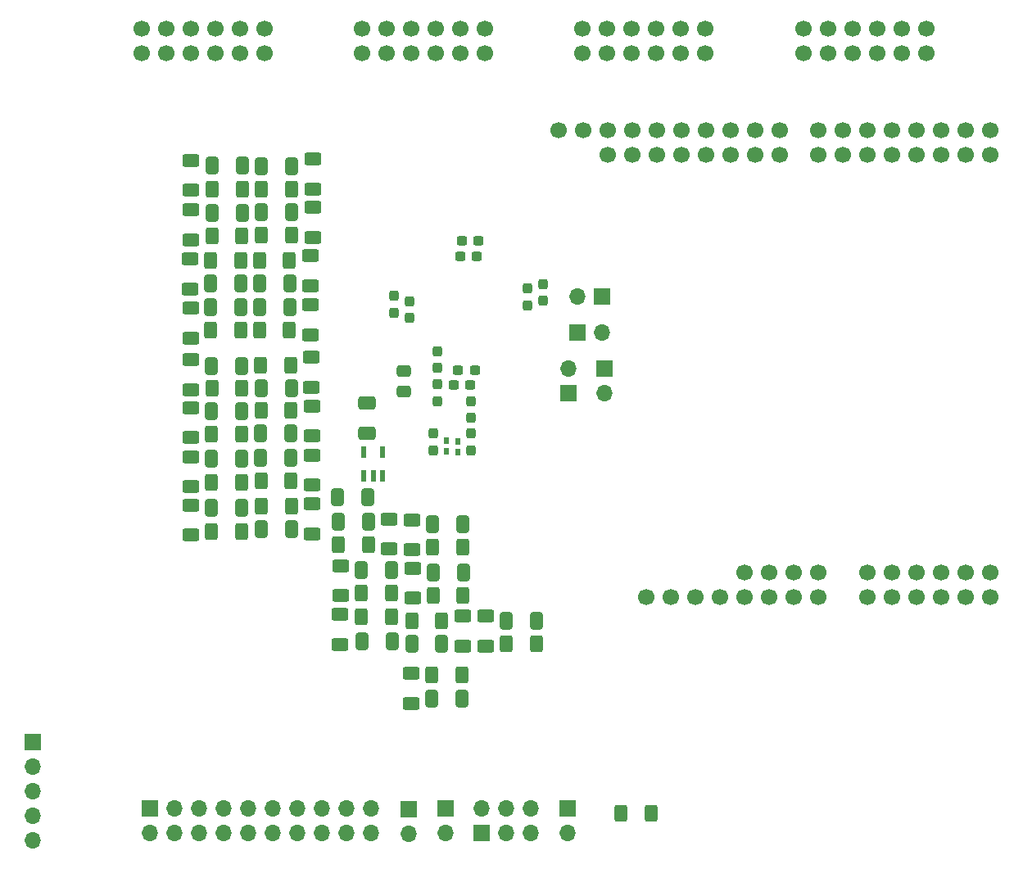
<source format=gbr>
%TF.GenerationSoftware,KiCad,Pcbnew,(6.0.7)*%
%TF.CreationDate,2023-05-13T08:51:53+05:30*%
%TF.ProjectId,DSP_board,4453505f-626f-4617-9264-2e6b69636164,rev?*%
%TF.SameCoordinates,Original*%
%TF.FileFunction,Soldermask,Bot*%
%TF.FilePolarity,Negative*%
%FSLAX46Y46*%
G04 Gerber Fmt 4.6, Leading zero omitted, Abs format (unit mm)*
G04 Created by KiCad (PCBNEW (6.0.7)) date 2023-05-13 08:51:53*
%MOMM*%
%LPD*%
G01*
G04 APERTURE LIST*
G04 Aperture macros list*
%AMRoundRect*
0 Rectangle with rounded corners*
0 $1 Rounding radius*
0 $2 $3 $4 $5 $6 $7 $8 $9 X,Y pos of 4 corners*
0 Add a 4 corners polygon primitive as box body*
4,1,4,$2,$3,$4,$5,$6,$7,$8,$9,$2,$3,0*
0 Add four circle primitives for the rounded corners*
1,1,$1+$1,$2,$3*
1,1,$1+$1,$4,$5*
1,1,$1+$1,$6,$7*
1,1,$1+$1,$8,$9*
0 Add four rect primitives between the rounded corners*
20,1,$1+$1,$2,$3,$4,$5,0*
20,1,$1+$1,$4,$5,$6,$7,0*
20,1,$1+$1,$6,$7,$8,$9,0*
20,1,$1+$1,$8,$9,$2,$3,0*%
G04 Aperture macros list end*
%ADD10R,1.700000X1.700000*%
%ADD11O,1.700000X1.700000*%
%ADD12C,1.700000*%
%ADD13RoundRect,0.250000X0.412500X0.650000X-0.412500X0.650000X-0.412500X-0.650000X0.412500X-0.650000X0*%
%ADD14RoundRect,0.250000X-0.625000X0.400000X-0.625000X-0.400000X0.625000X-0.400000X0.625000X0.400000X0*%
%ADD15RoundRect,0.237500X-0.237500X0.300000X-0.237500X-0.300000X0.237500X-0.300000X0.237500X0.300000X0*%
%ADD16RoundRect,0.250000X0.625000X-0.400000X0.625000X0.400000X-0.625000X0.400000X-0.625000X-0.400000X0*%
%ADD17RoundRect,0.250000X-0.400000X-0.625000X0.400000X-0.625000X0.400000X0.625000X-0.400000X0.625000X0*%
%ADD18RoundRect,0.250000X0.400000X0.625000X-0.400000X0.625000X-0.400000X-0.625000X0.400000X-0.625000X0*%
%ADD19RoundRect,0.250000X-0.412500X-0.650000X0.412500X-0.650000X0.412500X0.650000X-0.412500X0.650000X0*%
%ADD20RoundRect,0.237500X-0.300000X-0.237500X0.300000X-0.237500X0.300000X0.237500X-0.300000X0.237500X0*%
%ADD21R,0.600000X0.750000*%
%ADD22RoundRect,0.237500X0.237500X-0.300000X0.237500X0.300000X-0.237500X0.300000X-0.237500X-0.300000X0*%
%ADD23RoundRect,0.237500X0.300000X0.237500X-0.300000X0.237500X-0.300000X-0.237500X0.300000X-0.237500X0*%
%ADD24RoundRect,0.250000X-0.650000X0.412500X-0.650000X-0.412500X0.650000X-0.412500X0.650000X0.412500X0*%
%ADD25RoundRect,0.250000X-0.475000X0.337500X-0.475000X-0.337500X0.475000X-0.337500X0.475000X0.337500X0*%
%ADD26R,0.600000X1.250000*%
G04 APERTURE END LIST*
D10*
%TO.C,JVSI1*%
X100120000Y-140610000D03*
D11*
X100120000Y-143150000D03*
X102660000Y-140610000D03*
X102660000Y-143150000D03*
X105200000Y-140610000D03*
X105200000Y-143150000D03*
X107740000Y-140610000D03*
X107740000Y-143150000D03*
X110280000Y-140610000D03*
X110280000Y-143150000D03*
X112820000Y-140610000D03*
X112820000Y-143150000D03*
X115360000Y-140610000D03*
X115360000Y-143150000D03*
X117900000Y-140610000D03*
X117900000Y-143150000D03*
X120440000Y-140610000D03*
X120440000Y-143150000D03*
X122980000Y-140610000D03*
X122980000Y-143150000D03*
%TD*%
D10*
%TO.C,J1*%
X147130000Y-95130000D03*
D11*
X147130000Y-97670000D03*
%TD*%
D10*
%TO.C,J3*%
X144305000Y-91440000D03*
D11*
X146845000Y-91440000D03*
%TD*%
D10*
%TO.C,J9*%
X88005000Y-133720000D03*
D11*
X88005000Y-136260000D03*
X88005000Y-138800000D03*
X88005000Y-141340000D03*
X88005000Y-143880000D03*
%TD*%
D10*
%TO.C,J2*%
X143380000Y-97705000D03*
D11*
X143380000Y-95165000D03*
%TD*%
D12*
%TO.C,B1*%
X151465000Y-118800000D03*
X154005000Y-118800000D03*
X156545000Y-118800000D03*
X159085000Y-118800000D03*
X161625000Y-118800000D03*
X164165000Y-118800000D03*
X166705000Y-118800000D03*
X169245000Y-118800000D03*
X161625000Y-116260000D03*
X164165000Y-116260000D03*
X166705000Y-116260000D03*
X169245000Y-116260000D03*
X174325000Y-118800000D03*
X176865000Y-118800000D03*
X179405000Y-118800000D03*
X181945000Y-118800000D03*
X184485000Y-118800000D03*
X187025000Y-118800000D03*
X174325000Y-116260000D03*
X176865000Y-116260000D03*
X179405000Y-116260000D03*
X181945000Y-116260000D03*
X184485000Y-116260000D03*
X187025000Y-116260000D03*
X147435000Y-73060000D03*
X149975000Y-73060000D03*
X152515000Y-73060000D03*
X155055000Y-73060000D03*
X157595000Y-73060000D03*
X160135000Y-73060000D03*
X162675000Y-73060000D03*
X165215000Y-73060000D03*
X169245000Y-73060000D03*
X171785000Y-73060000D03*
X174325000Y-73060000D03*
X176865000Y-73060000D03*
X179405000Y-73060000D03*
X181945000Y-73060000D03*
X184485000Y-73060000D03*
X187025000Y-73080000D03*
X142355000Y-70520000D03*
X144895000Y-70520000D03*
X147435000Y-70520000D03*
X149975000Y-70520000D03*
X152515000Y-70520000D03*
X155055000Y-70520000D03*
X157595000Y-70520000D03*
X160135000Y-70520000D03*
X162675000Y-70520000D03*
X165215000Y-70520000D03*
X169245000Y-70520000D03*
X171785000Y-70520000D03*
X174325000Y-70520000D03*
X176865000Y-70520000D03*
X179405000Y-70520000D03*
X181945000Y-70520000D03*
X184485000Y-70520000D03*
X187025000Y-70540000D03*
X99275000Y-62580000D03*
X101815000Y-62580000D03*
X104355000Y-62580000D03*
X106895000Y-62580000D03*
X109435000Y-62580000D03*
X111975000Y-62580000D03*
X99275000Y-60040000D03*
X101815000Y-60040000D03*
X104355000Y-60040000D03*
X106895000Y-60040000D03*
X109435000Y-60040000D03*
X111975000Y-60040000D03*
X122075000Y-62580000D03*
X124615000Y-62580000D03*
X127155000Y-62580000D03*
X129695000Y-62580000D03*
X132235000Y-62580000D03*
X134775000Y-62580000D03*
X122075000Y-60040000D03*
X124615000Y-60040000D03*
X127155000Y-60040000D03*
X129695000Y-60040000D03*
X132235000Y-60040000D03*
X134775000Y-60040000D03*
X144875000Y-62580000D03*
X147415000Y-62580000D03*
X149955000Y-62580000D03*
X152495000Y-62580000D03*
X155035000Y-62580000D03*
X157575000Y-62580000D03*
X144875000Y-60040000D03*
X147415000Y-60040000D03*
X149955000Y-60040000D03*
X152495000Y-60040000D03*
X155035000Y-60040000D03*
X157575000Y-60040000D03*
X167675000Y-62580000D03*
X170215000Y-62580000D03*
X172755000Y-62580000D03*
X175295000Y-62580000D03*
X177835000Y-62580000D03*
X180375000Y-62580000D03*
X167675000Y-60040000D03*
X170215000Y-60040000D03*
X172755000Y-60040000D03*
X175295000Y-60040000D03*
X177835000Y-60040000D03*
X180375000Y-60040000D03*
%TD*%
D10*
%TO.C,J8*%
X126905000Y-140670000D03*
D11*
X126905000Y-143210000D03*
%TD*%
D10*
%TO.C,J4*%
X146855000Y-87690000D03*
D11*
X144315000Y-87690000D03*
%TD*%
D10*
%TO.C,J6*%
X143350000Y-140600000D03*
D11*
X143350000Y-143140000D03*
%TD*%
D10*
%TO.C,J_power1*%
X134445000Y-143135000D03*
D11*
X134445000Y-140595000D03*
X136985000Y-143135000D03*
X136985000Y-140595000D03*
X139525000Y-143135000D03*
X139525000Y-140595000D03*
%TD*%
D10*
%TO.C,J10*%
X130665000Y-140620000D03*
D11*
X130665000Y-143160000D03*
%TD*%
D13*
%TO.C,C26*%
X122700000Y-110998750D03*
X119575000Y-110998750D03*
%TD*%
D14*
%TO.C,R26*%
X104358000Y-73610000D03*
X104358000Y-76710000D03*
%TD*%
D15*
%TO.C,Cvdda_2*%
X129820000Y-96777000D03*
X129820000Y-98502000D03*
%TD*%
D16*
%TO.C,R78*%
X119810000Y-123630000D03*
X119810000Y-120530000D03*
%TD*%
D17*
%TO.C,R32*%
X127200000Y-121201250D03*
X130300000Y-121201250D03*
%TD*%
D18*
%TO.C,R65*%
X140090000Y-123620000D03*
X136990000Y-123620000D03*
%TD*%
D15*
%TO.C,Cvdd_4*%
X126950000Y-88177000D03*
X126950000Y-89902000D03*
%TD*%
D19*
%TO.C,C15*%
X111475500Y-88780000D03*
X114600500Y-88780000D03*
%TD*%
%TO.C,C2*%
X121957500Y-115960000D03*
X125082500Y-115960000D03*
%TD*%
D14*
%TO.C,R67*%
X116950500Y-73467500D03*
X116950500Y-76567500D03*
%TD*%
D17*
%TO.C,R55*%
X106522500Y-111946250D03*
X109622500Y-111946250D03*
%TD*%
D14*
%TO.C,R77*%
X127250000Y-110760000D03*
X127250000Y-113860000D03*
%TD*%
%TO.C,R75*%
X124817500Y-110701750D03*
X124817500Y-113801750D03*
%TD*%
D13*
%TO.C,C11*%
X109550500Y-88770000D03*
X106425500Y-88770000D03*
%TD*%
D18*
%TO.C,R8*%
X132490000Y-118600000D03*
X129390000Y-118600000D03*
%TD*%
D20*
%TO.C,Cvdd_1*%
X132387500Y-81950000D03*
X134112500Y-81950000D03*
%TD*%
D17*
%TO.C,R72*%
X111615000Y-99488750D03*
X114715000Y-99488750D03*
%TD*%
D18*
%TO.C,R15*%
X109580000Y-101920000D03*
X106480000Y-101920000D03*
%TD*%
D19*
%TO.C,C4*%
X129417500Y-116210000D03*
X132542500Y-116210000D03*
%TD*%
D21*
%TO.C,FB2*%
X130800000Y-102610000D03*
X130800000Y-103710000D03*
%TD*%
D22*
%TO.C,Cvdd_3*%
X140730000Y-88102000D03*
X140730000Y-86377000D03*
%TD*%
D18*
%TO.C,R13*%
X109600000Y-106910000D03*
X106500000Y-106910000D03*
%TD*%
D13*
%TO.C,C8*%
X130312500Y-123571250D03*
X127187500Y-123571250D03*
%TD*%
D16*
%TO.C,R66*%
X116900000Y-107180000D03*
X116900000Y-104080000D03*
%TD*%
D18*
%TO.C,R1*%
X109638000Y-81420000D03*
X106538000Y-81420000D03*
%TD*%
D19*
%TO.C,C6*%
X106497500Y-99570000D03*
X109622500Y-99570000D03*
%TD*%
D23*
%TO.C,Cvdd_2*%
X133252500Y-96829500D03*
X131527500Y-96829500D03*
%TD*%
D13*
%TO.C,C12*%
X109683000Y-74126250D03*
X106558000Y-74126250D03*
%TD*%
D22*
%TO.C,C18*%
X129430000Y-103592500D03*
X129430000Y-101867500D03*
%TD*%
D16*
%TO.C,R21*%
X116948000Y-81553750D03*
X116948000Y-78453750D03*
%TD*%
D19*
%TO.C,C5*%
X106507500Y-104480000D03*
X109632500Y-104480000D03*
%TD*%
D20*
%TO.C,Cvddio_3*%
X132187500Y-83499500D03*
X133912500Y-83499500D03*
%TD*%
D13*
%TO.C,C14*%
X109615000Y-94850000D03*
X106490000Y-94850000D03*
%TD*%
D16*
%TO.C,R3*%
X104348000Y-81830000D03*
X104348000Y-78730000D03*
%TD*%
D17*
%TO.C,R73*%
X119607500Y-113368750D03*
X122707500Y-113368750D03*
%TD*%
D18*
%TO.C,R76*%
X132480000Y-113610000D03*
X129380000Y-113610000D03*
%TD*%
D19*
%TO.C,C22*%
X111615000Y-97150000D03*
X114740000Y-97150000D03*
%TD*%
D13*
%TO.C,C27*%
X122642500Y-108460000D03*
X119517500Y-108460000D03*
%TD*%
D16*
%TO.C,R57*%
X127140000Y-129750000D03*
X127140000Y-126650000D03*
%TD*%
D19*
%TO.C,C23*%
X136977500Y-121210000D03*
X140102500Y-121210000D03*
%TD*%
D16*
%TO.C,R2*%
X119840000Y-118630000D03*
X119840000Y-115530000D03*
%TD*%
%TO.C,R71*%
X116867500Y-102120000D03*
X116867500Y-99020000D03*
%TD*%
D17*
%TO.C,R53*%
X106438000Y-91140000D03*
X109538000Y-91140000D03*
%TD*%
D16*
%TO.C,R59*%
X116748000Y-91630000D03*
X116748000Y-88530000D03*
%TD*%
D17*
%TO.C,R23*%
X111665500Y-81350000D03*
X114765500Y-81350000D03*
%TD*%
D13*
%TO.C,C24*%
X114722500Y-104400000D03*
X111597500Y-104400000D03*
%TD*%
D16*
%TO.C,R16*%
X116728000Y-86590000D03*
X116728000Y-83490000D03*
%TD*%
%TO.C,R5*%
X127270000Y-118860000D03*
X127270000Y-115760000D03*
%TD*%
D17*
%TO.C,R41*%
X148810000Y-141130000D03*
X151910000Y-141130000D03*
%TD*%
D19*
%TO.C,C10*%
X129297500Y-129280000D03*
X132422500Y-129280000D03*
%TD*%
D22*
%TO.C,C16*%
X133310000Y-103592500D03*
X133310000Y-101867500D03*
%TD*%
D16*
%TO.C,R29*%
X104328000Y-92000000D03*
X104328000Y-88900000D03*
%TD*%
D18*
%TO.C,R62*%
X114548000Y-91170000D03*
X111448000Y-91170000D03*
%TD*%
D13*
%TO.C,C9*%
X114768000Y-78980000D03*
X111643000Y-78980000D03*
%TD*%
%TO.C,C13*%
X109635000Y-109506250D03*
X106510000Y-109506250D03*
%TD*%
D22*
%TO.C,Cvdda_1*%
X129820000Y-95052000D03*
X129820000Y-93327000D03*
%TD*%
D21*
%TO.C,FB1*%
X131970000Y-102640000D03*
X131970000Y-103740000D03*
%TD*%
D16*
%TO.C,R25*%
X104330000Y-107350000D03*
X104330000Y-104250000D03*
%TD*%
D17*
%TO.C,R54*%
X106525000Y-97200000D03*
X109625000Y-97200000D03*
%TD*%
D19*
%TO.C,C20*%
X111657500Y-111700000D03*
X114782500Y-111700000D03*
%TD*%
D23*
%TO.C,Cvddio_2*%
X133712500Y-95279500D03*
X131987500Y-95279500D03*
%TD*%
D18*
%TO.C,R63*%
X114687500Y-94770000D03*
X111587500Y-94770000D03*
%TD*%
D17*
%TO.C,R36*%
X106590500Y-76586250D03*
X109690500Y-76586250D03*
%TD*%
D16*
%TO.C,R7*%
X104270500Y-86920000D03*
X104270500Y-83820000D03*
%TD*%
D19*
%TO.C,C30*%
X129357500Y-111250000D03*
X132482500Y-111250000D03*
%TD*%
D18*
%TO.C,R64*%
X114780000Y-109360000D03*
X111680000Y-109360000D03*
%TD*%
D14*
%TO.C,R28*%
X104350000Y-94200000D03*
X104350000Y-97300000D03*
%TD*%
%TO.C,R19*%
X104360000Y-99190000D03*
X104360000Y-102290000D03*
%TD*%
D13*
%TO.C,C7*%
X114570500Y-86340000D03*
X111445500Y-86340000D03*
%TD*%
D18*
%TO.C,R60*%
X114768000Y-76573750D03*
X111668000Y-76573750D03*
%TD*%
D16*
%TO.C,R61*%
X116890000Y-112210000D03*
X116890000Y-109110000D03*
%TD*%
D22*
%TO.C,Cvddio_1*%
X139190000Y-88602000D03*
X139190000Y-86877000D03*
%TD*%
D24*
%TO.C,C29*%
X122590000Y-98697500D03*
X122590000Y-101822500D03*
%TD*%
D25*
%TO.C,C19*%
X126390000Y-95432500D03*
X126390000Y-97507500D03*
%TD*%
D18*
%TO.C,R4*%
X125070000Y-118370000D03*
X121970000Y-118370000D03*
%TD*%
D13*
%TO.C,C28*%
X125162500Y-123340000D03*
X122037500Y-123340000D03*
%TD*%
D26*
%TO.C,LDO1*%
X124170000Y-106250000D03*
X123220000Y-106250000D03*
X122270000Y-106250000D03*
X122270000Y-103750000D03*
X124170000Y-103750000D03*
%TD*%
D17*
%TO.C,R70*%
X111620000Y-106760000D03*
X114720000Y-106760000D03*
%TD*%
D16*
%TO.C,R69*%
X116847500Y-97090000D03*
X116847500Y-93990000D03*
%TD*%
D19*
%TO.C,C3*%
X106438000Y-86360000D03*
X109563000Y-86360000D03*
%TD*%
D14*
%TO.C,R56*%
X132450000Y-120721250D03*
X132450000Y-123821250D03*
%TD*%
D17*
%TO.C,R68*%
X111458000Y-83960000D03*
X114558000Y-83960000D03*
%TD*%
D18*
%TO.C,R33*%
X132370000Y-126830000D03*
X129270000Y-126830000D03*
%TD*%
D15*
%TO.C,C17*%
X133310000Y-98497500D03*
X133310000Y-100222500D03*
%TD*%
%TO.C,Cvddio_4*%
X125360000Y-87617000D03*
X125360000Y-89342000D03*
%TD*%
D19*
%TO.C,C1*%
X106535500Y-79040000D03*
X109660500Y-79040000D03*
%TD*%
D18*
%TO.C,R6*%
X109520500Y-83970000D03*
X106420500Y-83970000D03*
%TD*%
D16*
%TO.C,R35*%
X104332500Y-112366250D03*
X104332500Y-109266250D03*
%TD*%
D19*
%TO.C,C21*%
X111635500Y-74203750D03*
X114760500Y-74203750D03*
%TD*%
D17*
%TO.C,R74*%
X121990000Y-120810000D03*
X125090000Y-120810000D03*
%TD*%
D14*
%TO.C,R58*%
X134820000Y-120740000D03*
X134820000Y-123840000D03*
%TD*%
D13*
%TO.C,C25*%
X114727500Y-101858750D03*
X111602500Y-101858750D03*
%TD*%
M02*

</source>
